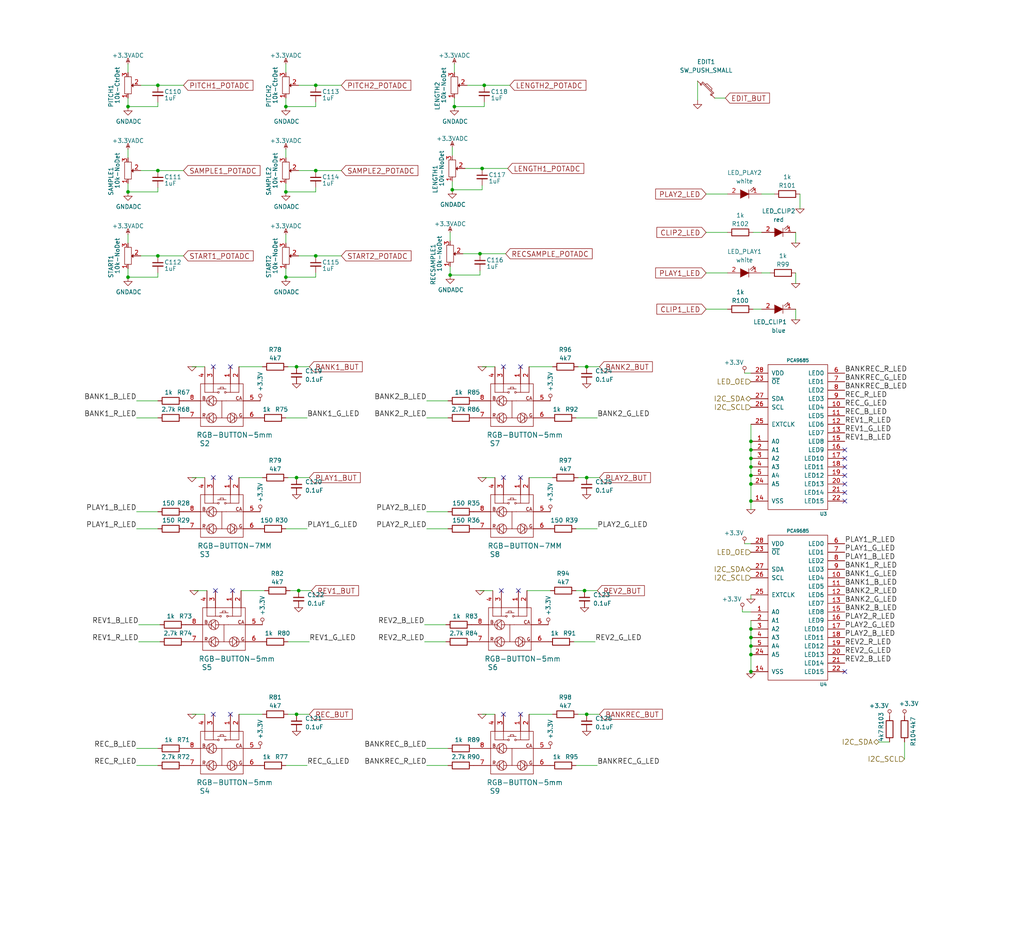
<source format=kicad_sch>
(kicad_sch (version 20210621) (generator eeschema)
  (paper "User" 304.8 279.4)
  (lib_symbols
    (symbol "TrigSampler-rescue:+3.3V-RESCUE-TrigSampler" (power) (pin_names (offset 0))
      (property "Value" "+3.3V-RESCUE-TrigSampler" (at 0 2.794 0))
      (symbol "+3.3V-RESCUE-TrigSampler_0_0"
        (pin power_in line (at 0 0 90) (length 0) hide (name "+3.3V") (number "1"))
      )
    )
    (symbol "TrigSampler-rescue:+3.3VADC" (power) (pin_names (offset 0))
      (property "Value" "+3.3VADC" (at 0 2.54 0))
      (symbol "+3.3VADC_0_0"
        (pin power_in line (at 0 0 90) (length 0) hide (name "+3.3VADC") (number "1"))
      )
    )
    (symbol "TrigSampler-rescue:C_Small" (pin_numbers hide) (pin_names (offset 0.254) hide)
      (property "Reference" "C" (at 0.254 1.778 0))
      (property "Value" "C_Small" (at 0.254 -2.032 0))
      (symbol "C_Small_1_1"
        (pin passive line (at 0 2.54 270) (length 2.032) (name "~") (number "1"))
        (pin passive line (at 0 -2.54 90) (length 2.032) (name "~") (number "2"))
      )
    )
    (symbol "TrigSampler-rescue:GND" (power) (pin_names (offset 0))
      (property "Value" "GND" (at 0 -3.81 0))
      (symbol "GND_1_1"
        (pin power_in line (at 0 0 270) (length 0) hide (name "GND") (number "1"))
      )
    )
    (symbol "TrigSampler-rescue:GND-RESCUE-TrigSampler" (power) (pin_names (offset 0))
      (symbol "GND-RESCUE-TrigSampler_1_1"
        (pin power_in line (at 0 0 90) (length 0) hide (name "GND") (number "1"))
      )
    )
    (symbol "TrigSampler-rescue:GNDADC" (power) (pin_names (offset 0))
      (property "Value" "GNDADC" (at 0 -3.81 0))
      (symbol "GNDADC_1_1"
        (pin power_in line (at 0 0 270) (length 0) hide (name "GNDADC") (number "1"))
      )
    )
    (symbol "TrigSampler-rescue:LED-RESCUE-TrigSampler" (pin_names (offset 1.016) hide)
      (property "Reference" "D" (at 0 2.54 0))
      (property "Value" "LED-RESCUE-TrigSampler" (at 0 -2.54 0))
      (symbol "LED-RESCUE-TrigSampler_1_1"
        (pin passive line (at -5.08 0 0) (length 3.81) (name "K") (number "1"))
        (pin passive line (at 5.08 0 180) (length 3.81) (name "A") (number "2"))
      )
    )
    (symbol "TrigSampler-rescue:PCA9685" (pin_names (offset 1.016))
      (property "Reference" "U" (at 7.62 -25.4 0))
      (property "Value" "PCA9685" (at 0 20.32 0))
      (symbol "PCA9685_1_1"
        (pin input line (at -13.97 -3.81 0) (length 5.08) (name "A0") (number "1"))
        (pin input line (at 13.97 6.35 180) (length 5.08) (name "LED4") (number "10"))
        (pin input line (at 13.97 3.81 180) (length 5.08) (name "LED5") (number "11"))
        (pin input line (at 13.97 1.27 180) (length 5.08) (name "LED6") (number "12"))
        (pin input line (at 13.97 -1.27 180) (length 5.08) (name "LED7") (number "13"))
        (pin input line (at -13.97 -21.59 0) (length 5.08) (name "VSS") (number "14"))
        (pin input line (at 13.97 -3.81 180) (length 5.08) (name "LED8") (number "15"))
        (pin input line (at 13.97 -6.35 180) (length 5.08) (name "LED9") (number "16"))
        (pin input line (at 13.97 -8.89 180) (length 5.08) (name "LED10") (number "17"))
        (pin input line (at 13.97 -11.43 180) (length 5.08) (name "LED11") (number "18"))
        (pin input line (at 13.97 -13.97 180) (length 5.08) (name "LED12") (number "19"))
        (pin input line (at -13.97 -6.35 0) (length 5.08) (name "A1") (number "2"))
        (pin input line (at 13.97 -16.51 180) (length 5.08) (name "LED13") (number "20"))
        (pin input line (at 13.97 -19.05 180) (length 5.08) (name "LED14") (number "21"))
        (pin input line (at 13.97 -21.59 180) (length 5.08) (name "LED15") (number "22"))
        (pin input line (at -13.97 13.97 0) (length 5.08) (name "~{OE}") (number "23"))
        (pin input line (at -13.97 -16.51 0) (length 5.08) (name "A5") (number "24"))
        (pin input line (at -13.97 1.27 0) (length 5.08) (name "EXTCLK") (number "25"))
        (pin input line (at -13.97 6.35 0) (length 5.08) (name "SCL") (number "26"))
        (pin input line (at -13.97 8.89 0) (length 5.08) (name "SDA") (number "27"))
        (pin input line (at -13.97 16.51 0) (length 5.08) (name "VDD") (number "28"))
        (pin input line (at -13.97 -8.89 0) (length 5.08) (name "A2") (number "3"))
        (pin input line (at -13.97 -11.43 0) (length 5.08) (name "A3") (number "4"))
        (pin input line (at -13.97 -13.97 0) (length 5.08) (name "A4") (number "5"))
        (pin input line (at 13.97 16.51 180) (length 5.08) (name "LED0") (number "6"))
        (pin input line (at 13.97 13.97 180) (length 5.08) (name "LED1") (number "7"))
        (pin input line (at 13.97 11.43 180) (length 5.08) (name "LED2") (number "8"))
        (pin input line (at 13.97 8.89 180) (length 5.08) (name "LED3") (number "9"))
      )
    )
    (symbol "TrigSampler-rescue:POT-RESCUE-TrigSampler" (pin_names (offset 1.016) hide)
      (property "Reference" "RV" (at 0 -2.032 0))
      (property "Value" "POT-RESCUE-TrigSampler" (at 0 0 0))
      (symbol "POT-RESCUE-TrigSampler_1_1"
        (pin passive line (at -3.81 0 0) (length 1.27) (name "1") (number "1"))
        (pin passive line (at 0 3.81 270) (length 2.54) (name "2") (number "2"))
        (pin passive line (at 3.81 0 180) (length 1.27) (name "3") (number "3"))
      )
    )
    (symbol "TrigSampler-rescue:R" (pin_numbers hide) (pin_names (offset 0))
      (property "Reference" "R" (at 2.032 0 90))
      (property "Value" "R" (at 0 0 90))
      (symbol "R_1_1"
        (pin passive line (at 0 3.81 270) (length 1.27) (name "~") (number "1"))
        (pin passive line (at 0 -3.81 90) (length 1.27) (name "~") (number "2"))
      )
    )
    (symbol "TrigSampler-rescue:SPST-ILLUM-RGB" (pin_names (offset 1.016) hide)
      (property "Reference" "S" (at -5.08 -11.43 0))
      (property "Value" "SPST-ILLUM-RGB" (at 3.81 -8.89 0))
      (symbol "SPST-ILLUM-RGB_0_0"
        (text "B" (at -5.334 2.032 0) (effects (font (size 1.016 1.016))))
        (text "CA" (at 5.08 2.032 0) (effects (font (size 1.016 1.016))))
        (text "G" (at 5.588 -3.048 0) (effects (font (size 1.016 1.016))))
        (text "R" (at -5.334 -3.048 0) (effects (font (size 1.016 1.016))))
      )
      (symbol "SPST-ILLUM-RGB_1_1"
        (pin input line (at 2.54 11.43 270) (length 5.08) (name "UP-A") (number "1"))
        (pin input line (at 5.08 11.43 270) (length 5.08) (name "POLE-A") (number "2"))
        (pin input line (at -2.54 11.43 270) (length 5.08) (name "DOWN-A") (number "3"))
        (pin input line (at -5.08 11.43 270) (length 5.08) (name "UP-B") (number "4"))
        (pin input line (at 11.43 1.27 180) (length 5.08) (name "CA") (number "5"))
        (pin input line (at 11.43 -3.81 180) (length 5.08) (name "G") (number "6"))
        (pin input line (at -11.43 -3.81 0) (length 5.08) (name "R") (number "7"))
        (pin input line (at -11.43 1.27 0) (length 5.08) (name "B") (number "8"))
      )
    )
    (symbol "TrigSampler-rescue:SW_PUSH_SMALL" (pin_numbers hide) (pin_names (offset 1.016) hide)
      (property "Reference" "SW" (at 3.81 2.794 0))
      (property "Value" "SW_PUSH_SMALL" (at 0 -2.0066 0))
      (symbol "SW_PUSH_SMALL_0_1"
        (pin passive line (at -2.54 2.54 0) (length 0) (name "1") (number "1"))
        (pin passive line (at 2.54 -2.54 180) (length 0) (name "2") (number "2"))
      )
    )
  )
  (junction (at 174.625 142.24))
  (junction (at 223.52 149.225))
  (junction (at 38.1 31.75))
  (junction (at 223.52 189.865))
  (junction (at 88.9 175.895))
  (junction (at 174.625 212.725))
  (junction (at 88.265 109.22))
  (junction (at 46.99 76.2))
  (junction (at 223.52 133.985))
  (junction (at 223.52 139.065))
  (junction (at 93.98 76.2))
  (junction (at 134.62 56.515))
  (junction (at 173.99 175.895))
  (junction (at 144.145 25.4))
  (junction (at 142.875 75.565))
  (junction (at 85.09 82.55))
  (junction (at 223.52 141.605))
  (junction (at 135.255 31.75))
  (junction (at 46.99 25.4))
  (junction (at 143.51 50.165))
  (junction (at 46.99 50.8))
  (junction (at 133.985 81.915))
  (junction (at 223.52 192.405))
  (junction (at 88.265 212.725))
  (junction (at 223.52 136.525))
  (junction (at 93.98 50.8))
  (junction (at 38.1 57.15))
  (junction (at 223.52 187.325))
  (junction (at 85.09 31.75))
  (junction (at 93.98 25.4))
  (junction (at 85.09 57.15))
  (junction (at 223.52 131.445))
  (junction (at 223.52 200.025))
  (junction (at 223.52 144.145))
  (junction (at 223.52 194.945))
  (junction (at 174.625 109.22))
  (junction (at 38.1 82.55))
  (junction (at 88.265 142.24))
  (no_connect (at 64.135 175.895))
  (no_connect (at 149.86 142.24))
  (no_connect (at 69.215 175.895))
  (no_connect (at 154.94 212.725))
  (no_connect (at 63.5 109.22))
  (no_connect (at 149.86 212.725))
  (no_connect (at 149.225 175.895))
  (no_connect (at 68.58 212.725))
  (no_connect (at 251.46 141.605))
  (no_connect (at 68.58 109.22))
  (no_connect (at 154.94 142.24))
  (no_connect (at 251.46 133.985))
  (no_connect (at 68.58 142.24))
  (no_connect (at 63.5 142.24))
  (no_connect (at 251.46 139.065))
  (no_connect (at 251.46 146.685))
  (no_connect (at 251.46 200.025))
  (no_connect (at 251.46 136.525))
  (no_connect (at 251.46 149.225))
  (no_connect (at 154.94 109.22))
  (no_connect (at 154.305 175.895))
  (no_connect (at 251.46 144.145))
  (no_connect (at 149.86 109.22))
  (no_connect (at 63.5 212.725))
  (wire (pts (xy 71.755 175.895) (xy 78.74 175.895)))
  (wire (pts (xy 88.9 175.895) (xy 92.71 175.895)))
  (wire (pts (xy 261.62 220.98) (xy 264.795 220.98)))
  (wire (pts (xy 171.45 175.895) (xy 173.99 175.895)))
  (wire (pts (xy 223.52 200.025) (xy 223.52 200.66)))
  (wire (pts (xy 57.785 175.895) (xy 61.595 175.895)))
  (wire (pts (xy 236.855 69.215) (xy 236.855 72.39)))
  (wire (pts (xy 157.48 212.725) (xy 164.465 212.725)))
  (wire (pts (xy 221.615 111.125) (xy 223.52 111.125)))
  (wire (pts (xy 157.48 109.22) (xy 164.465 109.22)))
  (wire (pts (xy 223.52 136.525) (xy 223.52 139.065)))
  (wire (pts (xy 143.51 212.725) (xy 147.32 212.725)))
  (wire (pts (xy 223.52 126.365) (xy 223.52 131.445)))
  (wire (pts (xy 133.985 81.915) (xy 142.875 81.915)))
  (wire (pts (xy 172.085 142.24) (xy 174.625 142.24)))
  (wire (pts (xy 47.625 186.055) (xy 41.275 186.055)))
  (wire (pts (xy 71.12 142.24) (xy 78.105 142.24)))
  (wire (pts (xy 132.715 186.055) (xy 126.365 186.055)))
  (wire (pts (xy 41.91 25.4) (xy 46.99 25.4)))
  (wire (pts (xy 57.15 212.725) (xy 60.96 212.725)))
  (wire (pts (xy 174.625 109.22) (xy 178.435 109.22)))
  (wire (pts (xy 85.725 212.725) (xy 88.265 212.725)))
  (wire (pts (xy 223.52 189.865) (xy 223.52 192.405)))
  (wire (pts (xy 85.09 44.45) (xy 85.09 46.99)))
  (wire (pts (xy 93.98 31.75) (xy 93.98 30.48)))
  (wire (pts (xy 88.265 109.22) (xy 92.075 109.22)))
  (wire (pts (xy 223.52 141.605) (xy 223.52 144.145)))
  (wire (pts (xy 172.085 212.725) (xy 174.625 212.725)))
  (wire (pts (xy 40.64 152.4) (xy 46.99 152.4)))
  (wire (pts (xy 269.24 226.06) (xy 269.24 220.98)))
  (wire (pts (xy 171.45 227.965) (xy 177.8 227.965)))
  (wire (pts (xy 238.125 57.785) (xy 238.125 62.23)))
  (wire (pts (xy 88.265 142.24) (xy 92.075 142.24)))
  (wire (pts (xy 85.09 57.15) (xy 93.98 57.15)))
  (wire (pts (xy 38.1 21.59) (xy 38.1 19.05)))
  (wire (pts (xy 210.185 57.785) (xy 216.535 57.785)))
  (wire (pts (xy 132.715 191.135) (xy 126.365 191.135)))
  (wire (pts (xy 93.98 57.15) (xy 93.98 55.88)))
  (wire (pts (xy 86.36 175.895) (xy 88.9 175.895)))
  (wire (pts (xy 135.255 29.21) (xy 135.255 31.75)))
  (wire (pts (xy 143.51 50.165) (xy 151.13 50.165)))
  (wire (pts (xy 223.52 177.165) (xy 223.52 178.435)))
  (wire (pts (xy 133.985 79.375) (xy 133.985 81.915)))
  (wire (pts (xy 88.9 50.8) (xy 93.98 50.8)))
  (wire (pts (xy 223.52 184.785) (xy 223.52 187.325)))
  (wire (pts (xy 40.64 157.48) (xy 46.99 157.48)))
  (wire (pts (xy 216.535 92.075) (xy 210.185 92.075)))
  (wire (pts (xy 38.1 57.15) (xy 46.99 57.15)))
  (wire (pts (xy 174.625 142.24) (xy 178.435 142.24)))
  (wire (pts (xy 144.145 25.4) (xy 151.765 25.4)))
  (wire (pts (xy 134.62 46.355) (xy 134.62 43.815)))
  (wire (pts (xy 46.99 124.46) (xy 40.64 124.46)))
  (wire (pts (xy 224.155 69.215) (xy 226.695 69.215)))
  (wire (pts (xy 85.09 124.46) (xy 91.44 124.46)))
  (wire (pts (xy 85.09 54.61) (xy 85.09 57.15)))
  (wire (pts (xy 46.99 76.2) (xy 54.61 76.2)))
  (wire (pts (xy 46.99 222.885) (xy 40.64 222.885)))
  (wire (pts (xy 236.855 92.075) (xy 236.855 95.25)))
  (wire (pts (xy 85.09 72.39) (xy 85.09 69.85)))
  (wire (pts (xy 85.725 191.135) (xy 92.075 191.135)))
  (wire (pts (xy 46.99 119.38) (xy 40.64 119.38)))
  (wire (pts (xy 135.255 31.75) (xy 144.145 31.75)))
  (wire (pts (xy 236.855 81.28) (xy 236.855 84.455)))
  (wire (pts (xy 157.48 142.24) (xy 164.465 142.24)))
  (wire (pts (xy 223.52 192.405) (xy 223.52 194.945)))
  (wire (pts (xy 156.845 175.895) (xy 163.83 175.895)))
  (wire (pts (xy 133.35 227.965) (xy 127 227.965)))
  (wire (pts (xy 57.15 142.24) (xy 60.96 142.24)))
  (wire (pts (xy 133.985 71.755) (xy 133.985 69.215)))
  (wire (pts (xy 93.98 76.2) (xy 101.6 76.2)))
  (wire (pts (xy 85.09 82.55) (xy 93.98 82.55)))
  (wire (pts (xy 88.265 212.725) (xy 92.075 212.725)))
  (wire (pts (xy 127 152.4) (xy 133.35 152.4)))
  (wire (pts (xy 135.255 19.05) (xy 135.255 21.59)))
  (wire (pts (xy 88.9 76.2) (xy 93.98 76.2)))
  (wire (pts (xy 71.12 109.22) (xy 78.105 109.22)))
  (wire (pts (xy 223.52 139.065) (xy 223.52 141.605)))
  (wire (pts (xy 85.725 142.24) (xy 88.265 142.24)))
  (wire (pts (xy 173.99 175.895) (xy 177.8 175.895)))
  (wire (pts (xy 134.62 56.515) (xy 143.51 56.515)))
  (wire (pts (xy 144.145 31.75) (xy 144.145 30.48)))
  (wire (pts (xy 133.35 124.46) (xy 127 124.46)))
  (wire (pts (xy 38.1 80.01) (xy 38.1 82.55)))
  (wire (pts (xy 171.45 124.46) (xy 177.8 124.46)))
  (wire (pts (xy 221.615 161.925) (xy 223.52 161.925)))
  (wire (pts (xy 46.99 82.55) (xy 46.99 81.28)))
  (wire (pts (xy 226.695 81.28) (xy 229.235 81.28)))
  (wire (pts (xy 133.35 119.38) (xy 127 119.38)))
  (wire (pts (xy 46.99 227.965) (xy 40.64 227.965)))
  (wire (pts (xy 85.09 80.01) (xy 85.09 82.55)))
  (wire (pts (xy 223.52 131.445) (xy 223.52 133.985)))
  (wire (pts (xy 46.99 57.15) (xy 46.99 55.88)))
  (wire (pts (xy 46.99 50.8) (xy 54.61 50.8)))
  (wire (pts (xy 46.99 25.4) (xy 54.61 25.4)))
  (wire (pts (xy 207.645 24.13) (xy 207.645 29.845)))
  (wire (pts (xy 170.815 191.135) (xy 177.165 191.135)))
  (wire (pts (xy 223.52 144.145) (xy 223.52 149.225)))
  (wire (pts (xy 88.9 25.4) (xy 93.98 25.4)))
  (wire (pts (xy 137.795 75.565) (xy 142.875 75.565)))
  (wire (pts (xy 41.91 76.2) (xy 46.99 76.2)))
  (wire (pts (xy 223.52 187.325) (xy 223.52 189.865)))
  (wire (pts (xy 142.875 175.895) (xy 146.685 175.895)))
  (wire (pts (xy 172.085 109.22) (xy 174.625 109.22)))
  (wire (pts (xy 142.875 75.565) (xy 150.495 75.565)))
  (wire (pts (xy 134.62 53.975) (xy 134.62 56.515)))
  (wire (pts (xy 215.9 29.21) (xy 212.725 29.21)))
  (wire (pts (xy 93.98 50.8) (xy 101.6 50.8)))
  (wire (pts (xy 71.12 212.725) (xy 78.105 212.725)))
  (wire (pts (xy 143.51 109.22) (xy 147.32 109.22)))
  (wire (pts (xy 216.535 81.28) (xy 210.185 81.28)))
  (wire (pts (xy 223.52 194.945) (xy 223.52 200.025)))
  (wire (pts (xy 38.1 69.85) (xy 38.1 72.39)))
  (wire (pts (xy 41.91 50.8) (xy 46.99 50.8)))
  (wire (pts (xy 223.52 182.245) (xy 220.98 182.245)))
  (wire (pts (xy 143.51 142.24) (xy 147.32 142.24)))
  (wire (pts (xy 138.43 50.165) (xy 143.51 50.165)))
  (wire (pts (xy 85.09 227.965) (xy 91.44 227.965)))
  (wire (pts (xy 171.45 157.48) (xy 177.8 157.48)))
  (wire (pts (xy 85.09 31.75) (xy 85.09 29.21)))
  (wire (pts (xy 230.505 57.785) (xy 226.695 57.785)))
  (wire (pts (xy 223.52 133.985) (xy 223.52 136.525)))
  (wire (pts (xy 38.1 44.45) (xy 38.1 46.99)))
  (wire (pts (xy 38.1 29.21) (xy 38.1 31.75)))
  (wire (pts (xy 127 157.48) (xy 133.35 157.48)))
  (wire (pts (xy 174.625 212.725) (xy 178.435 212.725)))
  (wire (pts (xy 46.99 31.75) (xy 46.99 30.48)))
  (wire (pts (xy 47.625 191.135) (xy 41.275 191.135)))
  (wire (pts (xy 143.51 56.515) (xy 143.51 55.245)))
  (wire (pts (xy 85.09 19.05) (xy 85.09 21.59)))
  (wire (pts (xy 224.155 92.075) (xy 226.695 92.075)))
  (wire (pts (xy 139.065 25.4) (xy 144.145 25.4)))
  (wire (pts (xy 220.98 182.245) (xy 220.98 181.61)))
  (wire (pts (xy 93.98 82.55) (xy 93.98 81.28)))
  (wire (pts (xy 85.09 157.48) (xy 91.44 157.48)))
  (wire (pts (xy 85.09 31.75) (xy 93.98 31.75)))
  (wire (pts (xy 223.52 149.225) (xy 223.52 151.765)))
  (wire (pts (xy 93.98 25.4) (xy 101.6 25.4)))
  (wire (pts (xy 142.875 81.915) (xy 142.875 80.645)))
  (wire (pts (xy 38.1 54.61) (xy 38.1 57.15)))
  (wire (pts (xy 85.725 109.22) (xy 88.265 109.22)))
  (wire (pts (xy 133.35 222.885) (xy 127 222.885)))
  (wire (pts (xy 38.1 31.75) (xy 46.99 31.75)))
  (wire (pts (xy 57.15 109.22) (xy 60.96 109.22)))
  (wire (pts (xy 38.1 82.55) (xy 46.99 82.55)))
  (wire (pts (xy 216.535 69.215) (xy 210.185 69.215)))
  (label "PLAY1_B_LED" (at 251.46 167.005 0) (effects (font (size 1.524 1.524))))
  (label "BANKREC_G_LED" (at 251.46 113.665 0) (effects (font (size 1.524 1.524))))
  (label "REV2_G_LED" (at 251.46 194.945 0) (effects (font (size 1.524 1.524))))
  (label "REV1_G_LED" (at 92.075 191.135 0) (effects (font (size 1.524 1.524))))
  (label "BANK2_R_LED" (at 251.46 177.165 0) (effects (font (size 1.524 1.524))))
  (label "REC_G_LED" (at 251.46 121.285 0) (effects (font (size 1.524 1.524))))
  (label "BANK2_R_LED" (at 127 124.46 180) (effects (font (size 1.524 1.524))))
  (label "BANKREC_R_LED" (at 127 227.965 180) (effects (font (size 1.524 1.524))))
  (label "PLAY2_R_LED" (at 127 157.48 180) (effects (font (size 1.524 1.524))))
  (label "REC_B_LED" (at 251.46 123.825 0) (effects (font (size 1.524 1.524))))
  (label "BANK2_G_LED" (at 251.46 179.705 0) (effects (font (size 1.524 1.524))))
  (label "BANK2_B_LED" (at 251.46 182.245 0) (effects (font (size 1.524 1.524))))
  (label "BANKREC_R_LED" (at 251.46 111.125 0) (effects (font (size 1.524 1.524))))
  (label "BANK1_R_LED" (at 251.46 169.545 0) (effects (font (size 1.524 1.524))))
  (label "REC_R_LED" (at 40.64 227.965 180) (effects (font (size 1.524 1.524))))
  (label "REV1_B_LED" (at 41.275 186.055 180) (effects (font (size 1.524 1.524))))
  (label "REV2_G_LED" (at 177.165 191.135 0) (effects (font (size 1.524 1.524))))
  (label "PLAY2_B_LED" (at 127 152.4 180) (effects (font (size 1.524 1.524))))
  (label "BANK1_R_LED" (at 40.64 124.46 180) (effects (font (size 1.524 1.524))))
  (label "PLAY2_G_LED" (at 251.46 187.325 0) (effects (font (size 1.524 1.524))))
  (label "REV2_R_LED" (at 126.365 191.135 180) (effects (font (size 1.524 1.524))))
  (label "BANK1_G_LED" (at 251.46 172.085 0) (effects (font (size 1.524 1.524))))
  (label "BANK1_B_LED" (at 251.46 174.625 0) (effects (font (size 1.524 1.524))))
  (label "REV1_R_LED" (at 41.275 191.135 180) (effects (font (size 1.524 1.524))))
  (label "PLAY2_R_LED" (at 251.46 184.785 0) (effects (font (size 1.524 1.524))))
  (label "REV2_B_LED" (at 126.365 186.055 180) (effects (font (size 1.524 1.524))))
  (label "BANK2_B_LED" (at 127 119.38 180) (effects (font (size 1.524 1.524))))
  (label "PLAY1_G_LED" (at 91.44 157.48 0) (effects (font (size 1.524 1.524))))
  (label "REV1_R_LED" (at 251.46 126.365 0) (effects (font (size 1.524 1.524))))
  (label "PLAY2_G_LED" (at 177.8 157.48 0) (effects (font (size 1.524 1.524))))
  (label "REV2_R_LED" (at 251.46 192.405 0) (effects (font (size 1.524 1.524))))
  (label "REV2_B_LED" (at 251.46 197.485 0) (effects (font (size 1.524 1.524))))
  (label "BANK2_G_LED" (at 177.8 124.46 0) (effects (font (size 1.524 1.524))))
  (label "BANKREC_G_LED" (at 177.8 227.965 0) (effects (font (size 1.524 1.524))))
  (label "REC_R_LED" (at 251.46 118.745 0) (effects (font (size 1.524 1.524))))
  (label "REC_B_LED" (at 40.64 222.885 180) (effects (font (size 1.524 1.524))))
  (label "PLAY1_B_LED" (at 40.64 152.4 180) (effects (font (size 1.524 1.524))))
  (label "BANK1_G_LED" (at 91.44 124.46 0) (effects (font (size 1.524 1.524))))
  (label "BANKREC_B_LED" (at 127 222.885 180) (effects (font (size 1.524 1.524))))
  (label "PLAY2_B_LED" (at 251.46 189.865 0) (effects (font (size 1.524 1.524))))
  (label "BANKREC_B_LED" (at 251.46 116.205 0) (effects (font (size 1.524 1.524))))
  (label "BANK1_B_LED" (at 40.64 119.38 180) (effects (font (size 1.524 1.524))))
  (label "REC_G_LED" (at 91.44 227.965 0) (effects (font (size 1.524 1.524))))
  (label "REV1_G_LED" (at 251.46 128.905 0) (effects (font (size 1.524 1.524))))
  (label "REV1_B_LED" (at 251.46 131.445 0) (effects (font (size 1.524 1.524))))
  (label "PLAY1_R_LED" (at 40.64 157.48 180) (effects (font (size 1.524 1.524))))
  (label "PLAY1_G_LED" (at 251.46 164.465 0) (effects (font (size 1.524 1.524))))
  (label "PLAY1_R_LED" (at 251.46 161.925 0) (effects (font (size 1.524 1.524))))
  (global_label "LENGTH2_POTADC" (shape input) (at 151.765 25.4 0) (effects (font (size 1.524 1.524))) (property "Intersheet References" "${INTERSHEET_REFS}" (effects hide)))
  (global_label "CLIP1_LED" (shape input) (at 210.185 92.075 180) (effects (font (size 1.524 1.524))) (property "Intersheet References" "${INTERSHEET_REFS}" (effects hide)))
  (global_label "RECSAMPLE_POTADC" (shape input) (at 150.495 75.565 0) (effects (font (size 1.524 1.524))) (property "Intersheet References" "${INTERSHEET_REFS}" (effects hide)))
  (global_label "START2_POTADC" (shape input) (at 101.6 76.2 0) (effects (font (size 1.524 1.524))) (property "Intersheet References" "${INTERSHEET_REFS}" (effects hide)))
  (global_label "BANK2_BUT" (shape input) (at 178.435 109.22 0) (effects (font (size 1.524 1.524))) (property "Intersheet References" "${INTERSHEET_REFS}" (effects hide)))
  (global_label "REV1_BUT" (shape input) (at 92.71 175.895 0) (effects (font (size 1.524 1.524))) (property "Intersheet References" "${INTERSHEET_REFS}" (effects hide)))
  (global_label "SAMPLE2_POTADC" (shape input) (at 101.6 50.8 0) (effects (font (size 1.524 1.524))) (property "Intersheet References" "${INTERSHEET_REFS}" (effects hide)))
  (global_label "PITCH1_POTADC" (shape input) (at 54.61 25.4 0) (effects (font (size 1.524 1.524))) (property "Intersheet References" "${INTERSHEET_REFS}" (effects hide)))
  (global_label "START1_POTADC" (shape input) (at 54.61 76.2 0) (effects (font (size 1.524 1.524))) (property "Intersheet References" "${INTERSHEET_REFS}" (effects hide)))
  (global_label "REC_BUT" (shape input) (at 92.075 212.725 0) (effects (font (size 1.524 1.524))) (property "Intersheet References" "${INTERSHEET_REFS}" (effects hide)))
  (global_label "REV2_BUT" (shape input) (at 177.8 175.895 0) (effects (font (size 1.524 1.524))) (property "Intersheet References" "${INTERSHEET_REFS}" (effects hide)))
  (global_label "SAMPLE1_POTADC" (shape input) (at 54.61 50.8 0) (effects (font (size 1.524 1.524))) (property "Intersheet References" "${INTERSHEET_REFS}" (effects hide)))
  (global_label "PITCH2_POTADC" (shape input) (at 101.6 25.4 0) (effects (font (size 1.524 1.524))) (property "Intersheet References" "${INTERSHEET_REFS}" (effects hide)))
  (global_label "LENGTH1_POTADC" (shape input) (at 151.13 50.165 0) (effects (font (size 1.524 1.524))) (property "Intersheet References" "${INTERSHEET_REFS}" (effects hide)))
  (global_label "BANKREC_BUT" (shape input) (at 178.435 212.725 0) (effects (font (size 1.524 1.524))) (property "Intersheet References" "${INTERSHEET_REFS}" (effects hide)))
  (global_label "CLIP2_LED" (shape input) (at 210.185 69.215 180) (effects (font (size 1.524 1.524))) (property "Intersheet References" "${INTERSHEET_REFS}" (effects hide)))
  (global_label "PLAY1_BUT" (shape input) (at 92.075 142.24 0) (effects (font (size 1.524 1.524))) (property "Intersheet References" "${INTERSHEET_REFS}" (effects hide)))
  (global_label "PLAY2_LED" (shape input) (at 210.185 57.785 180) (effects (font (size 1.524 1.524))) (property "Intersheet References" "${INTERSHEET_REFS}" (effects hide)))
  (global_label "PLAY2_BUT" (shape input) (at 178.435 142.24 0) (effects (font (size 1.524 1.524))) (property "Intersheet References" "${INTERSHEET_REFS}" (effects hide)))
  (global_label "EDIT_BUT" (shape input) (at 215.9 29.21 0) (effects (font (size 1.524 1.524))) (property "Intersheet References" "${INTERSHEET_REFS}" (effects hide)))
  (global_label "BANK1_BUT" (shape input) (at 92.075 109.22 0) (effects (font (size 1.524 1.524))) (property "Intersheet References" "${INTERSHEET_REFS}" (effects hide)))
  (global_label "PLAY1_LED" (shape input) (at 210.185 81.28 180) (effects (font (size 1.524 1.524))) (property "Intersheet References" "${INTERSHEET_REFS}" (effects hide)))
  (hierarchical_label "I2C_SDA" (shape bidirectional) (at 223.52 118.745 180) (effects (font (size 1.524 1.524))))
  (hierarchical_label "I2C_SDA" (shape bidirectional) (at 223.52 169.545 180) (effects (font (size 1.524 1.524))))
  (hierarchical_label "LED_OE" (shape input) (at 223.52 164.465 180) (effects (font (size 1.524 1.524))))
  (hierarchical_label "LED_OE" (shape input) (at 223.52 113.665 180) (effects (font (size 1.524 1.524))))
  (hierarchical_label "I2C_SCL" (shape input) (at 269.24 226.06 180) (effects (font (size 1.524 1.524))))
  (hierarchical_label "I2C_SCL" (shape input) (at 223.52 121.285 180) (effects (font (size 1.524 1.524))))
  (hierarchical_label "I2C_SDA" (shape bidirectional) (at 261.62 220.98 180) (effects (font (size 1.524 1.524))))
  (hierarchical_label "I2C_SCL" (shape input) (at 223.52 172.085 180) (effects (font (size 1.524 1.524))))
  (symbol (lib_id "TrigSampler-rescue:C_Small") (at 46.99 27.94 0) (unit 1)
    (property "Reference" "C110" (at 48.895 27.305 0) (effects (justify left)))
    (property "Value" "1uF" (at 48.895 29.21 0) (effects (justify left)))
    (property "Footprint" "4ms-footprints:C0603" (effects hide))
  )
  (symbol (lib_id "TrigSampler-rescue:POT-RESCUE-TrigSampler") (at 38.1 25.4 270) (mirror x) (unit 1)
    (property "Reference" "PITCH1" (at 33.02 28.575 0))
    (property "Value" "10k-CtrDet" (at 34.925 25.4 0))
    (property "Footprint" "4ms-footprints:16MM-RV16AF-4A-CTRDET" (effects hide))
  )
  (symbol (lib_id "TrigSampler-rescue:GNDADC") (at 38.1 31.75 0) (unit 1)
    (property "Reference" "#PWR0238" (effects hide))
    (property "Value" "GNDADC" (at 38.3032 36.1696 0))
  )
  (symbol (lib_id "TrigSampler-rescue:C_Small") (at 93.98 27.94 0) (unit 1)
    (property "Reference" "C113" (at 95.885 27.305 0) (effects (justify left)))
    (property "Value" "1uF" (at 95.885 29.21 0) (effects (justify left)))
    (property "Footprint" "4ms-footprints:C0603" (effects hide))
  )
  (symbol (lib_id "TrigSampler-rescue:POT-RESCUE-TrigSampler") (at 85.09 25.4 270) (mirror x) (unit 1)
    (property "Reference" "PITCH2" (at 80.01 28.575 0))
    (property "Value" "10k-CtrDet" (at 81.915 25.4 0))
    (property "Footprint" "4ms-footprints:16MM-RV16AF-4A-CTRDET" (effects hide))
  )
  (symbol (lib_id "TrigSampler-rescue:GNDADC") (at 85.09 31.75 0) (unit 1)
    (property "Reference" "#PWR0239" (effects hide))
    (property "Value" "GNDADC" (at 85.2932 36.1696 0))
  )
  (symbol (lib_id "TrigSampler-rescue:C_Small") (at 46.99 53.34 0) (unit 1)
    (property "Reference" "C111" (at 48.895 52.705 0) (effects (justify left)))
    (property "Value" "1uF" (at 48.895 54.61 0) (effects (justify left)))
    (property "Footprint" "4ms-footprints:C0603" (effects hide))
  )
  (symbol (lib_id "TrigSampler-rescue:POT-RESCUE-TrigSampler") (at 38.1 50.8 270) (mirror x) (unit 1)
    (property "Reference" "SAMPLE1" (at 33.02 53.975 0))
    (property "Value" "10k-NoDet" (at 34.925 50.8 0))
    (property "Footprint" "4ms-footprints:16MM-RV16AF-4A-NODET" (effects hide))
  )
  (symbol (lib_id "TrigSampler-rescue:+3.3VADC") (at 38.1 44.45 0) (unit 1)
    (property "Reference" "#PWR0240" (effects hide))
    (property "Value" "+3.3VADC" (at 38.1 41.91 0))
  )
  (symbol (lib_id "TrigSampler-rescue:GNDADC") (at 38.1 57.15 0) (unit 1)
    (property "Reference" "#PWR0241" (effects hide))
    (property "Value" "GNDADC" (at 38.3032 61.5696 0))
  )
  (symbol (lib_id "TrigSampler-rescue:C_Small") (at 93.98 53.34 0) (unit 1)
    (property "Reference" "C114" (at 95.885 52.705 0) (effects (justify left)))
    (property "Value" "1uF" (at 95.885 54.61 0) (effects (justify left)))
    (property "Footprint" "4ms-footprints:C0603" (effects hide))
  )
  (symbol (lib_id "TrigSampler-rescue:POT-RESCUE-TrigSampler") (at 85.09 50.8 270) (mirror x) (unit 1)
    (property "Reference" "SAMPLE2" (at 80.01 53.975 0))
    (property "Value" "10k-NoDet" (at 81.915 50.8 0))
    (property "Footprint" "4ms-footprints:16MM-RV16AF-4A-NODET" (effects hide))
  )
  (symbol (lib_id "TrigSampler-rescue:+3.3VADC") (at 85.09 44.45 0) (unit 1)
    (property "Reference" "#PWR0242" (effects hide))
    (property "Value" "+3.3VADC" (at 85.09 41.91 0))
  )
  (symbol (lib_id "TrigSampler-rescue:GNDADC") (at 85.09 57.15 0) (unit 1)
    (property "Reference" "#PWR0243" (effects hide))
    (property "Value" "GNDADC" (at 85.2932 61.5696 0))
  )
  (symbol (lib_id "TrigSampler-rescue:C_Small") (at 46.99 78.74 0) (unit 1)
    (property "Reference" "C112" (at 48.895 78.105 0) (effects (justify left)))
    (property "Value" "1uF" (at 48.895 80.01 0) (effects (justify left)))
    (property "Footprint" "4ms-footprints:C0603" (effects hide))
  )
  (symbol (lib_id "TrigSampler-rescue:POT-RESCUE-TrigSampler") (at 38.1 76.2 270) (mirror x) (unit 1)
    (property "Reference" "START1" (at 33.02 79.375 0))
    (property "Value" "10k-NoDet" (at 34.925 76.2 0))
    (property "Footprint" "4ms-footprints:16MM-RV16AF-4A-NODET" (effects hide))
  )
  (symbol (lib_id "TrigSampler-rescue:+3.3VADC") (at 38.1 69.85 0) (unit 1)
    (property "Reference" "#PWR0244" (effects hide))
    (property "Value" "+3.3VADC" (at 38.1 67.31 0))
  )
  (symbol (lib_id "TrigSampler-rescue:GNDADC") (at 38.1 82.55 0) (unit 1)
    (property "Reference" "#PWR0245" (effects hide))
    (property "Value" "GNDADC" (at 38.3032 86.9696 0))
  )
  (symbol (lib_id "TrigSampler-rescue:C_Small") (at 93.98 78.74 0) (unit 1)
    (property "Reference" "C115" (at 95.885 78.105 0) (effects (justify left)))
    (property "Value" "1uF" (at 95.885 80.01 0) (effects (justify left)))
    (property "Footprint" "4ms-footprints:C0603" (effects hide))
  )
  (symbol (lib_id "TrigSampler-rescue:POT-RESCUE-TrigSampler") (at 85.09 76.2 270) (mirror x) (unit 1)
    (property "Reference" "START2" (at 80.01 79.375 0))
    (property "Value" "10k-NoDet" (at 81.915 76.2 0))
    (property "Footprint" "4ms-footprints:16MM-RV16AF-4A-NODET" (effects hide))
  )
  (symbol (lib_id "TrigSampler-rescue:+3.3VADC") (at 85.09 69.85 0) (unit 1)
    (property "Reference" "#PWR0246" (effects hide))
    (property "Value" "+3.3VADC" (at 85.09 67.31 0))
  )
  (symbol (lib_id "TrigSampler-rescue:GNDADC") (at 85.09 82.55 0) (unit 1)
    (property "Reference" "#PWR0247" (effects hide))
    (property "Value" "GNDADC" (at 85.2932 86.9696 0))
  )
  (symbol (lib_id "TrigSampler-rescue:C_Small") (at 144.145 27.94 0) (unit 1)
    (property "Reference" "C118" (at 146.05 27.305 0) (effects (justify left)))
    (property "Value" "1uF" (at 146.05 29.21 0) (effects (justify left)))
    (property "Footprint" "4ms-footprints:C0603" (effects hide))
  )
  (symbol (lib_id "TrigSampler-rescue:POT-RESCUE-TrigSampler") (at 135.255 25.4 270) (mirror x) (unit 1)
    (property "Reference" "LENGTH2" (at 130.175 28.575 0))
    (property "Value" "10k-NoDet" (at 132.08 25.4 0))
    (property "Footprint" "4ms-footprints:16MM-RV16AF-4A-NODET" (effects hide))
  )
  (symbol (lib_id "TrigSampler-rescue:+3.3VADC") (at 135.255 19.05 0) (unit 1)
    (property "Reference" "#PWR0248" (effects hide))
    (property "Value" "+3.3VADC" (at 135.255 16.51 0))
  )
  (symbol (lib_id "TrigSampler-rescue:GNDADC") (at 135.255 31.75 0) (unit 1)
    (property "Reference" "#PWR0249" (effects hide))
    (property "Value" "GNDADC" (at 135.4582 36.1696 0))
  )
  (symbol (lib_id "TrigSampler-rescue:C_Small") (at 143.51 52.705 0) (unit 1)
    (property "Reference" "C117" (at 145.415 52.07 0) (effects (justify left)))
    (property "Value" "1uF" (at 145.415 53.975 0) (effects (justify left)))
    (property "Footprint" "4ms-footprints:C0603" (effects hide))
  )
  (symbol (lib_id "TrigSampler-rescue:POT-RESCUE-TrigSampler") (at 134.62 50.165 270) (mirror x) (unit 1)
    (property "Reference" "LENGTH1" (at 129.54 53.34 0))
    (property "Value" "10k-NoDet" (at 131.445 50.165 0))
    (property "Footprint" "4ms-footprints:16MM-RV16AF-4A-NODET" (effects hide))
  )
  (symbol (lib_id "TrigSampler-rescue:+3.3VADC") (at 134.62 43.815 0) (unit 1)
    (property "Reference" "#PWR0250" (effects hide))
    (property "Value" "+3.3VADC" (at 134.62 41.275 0))
  )
  (symbol (lib_id "TrigSampler-rescue:GNDADC") (at 134.62 56.515 0) (unit 1)
    (property "Reference" "#PWR0251" (effects hide))
    (property "Value" "GNDADC" (at 134.8232 60.9346 0))
  )
  (symbol (lib_id "TrigSampler-rescue:LED-RESCUE-TrigSampler") (at 231.775 69.215 180) (unit 1)
    (property "Reference" "LED_CLIP2" (at 231.775 62.865 0))
    (property "Value" "red" (at 231.775 65.405 0))
    (property "Footprint" "4ms-footprints:LED-3MM-SQUARE-ANODE" (effects hide))
  )
  (symbol (lib_id "TrigSampler-rescue:LED-RESCUE-TrigSampler") (at 231.775 92.075 180) (unit 1)
    (property "Reference" "LED_CLIP1" (at 229.235 95.885 0))
    (property "Value" "blue" (at 231.775 98.425 0))
    (property "Footprint" "4ms-footprints:LED-3MM-SQUARE-ANODE" (effects hide))
  )
  (symbol (lib_id "TrigSampler-rescue:R") (at 220.345 69.215 90) (unit 1)
    (property "Reference" "R102" (at 220.345 66.675 90))
    (property "Value" "1k" (at 220.345 64.135 90))
    (property "Footprint" "4ms-footprints:R0603" (effects hide))
  )
  (symbol (lib_id "TrigSampler-rescue:R") (at 220.345 92.075 90) (unit 1)
    (property "Reference" "R100" (at 220.345 89.535 90))
    (property "Value" "1k" (at 220.345 86.995 90))
    (property "Footprint" "4ms-footprints:R0603" (effects hide))
  )
  (symbol (lib_id "TrigSampler-rescue:GND-RESCUE-TrigSampler") (at 236.855 72.39 0) (unit 1)
    (property "Reference" "#PWR0252" (effects hide))
    (property "Value" "GND" (effects hide))
  )
  (symbol (lib_id "TrigSampler-rescue:GND-RESCUE-TrigSampler") (at 236.855 95.25 0) (unit 1)
    (property "Reference" "#PWR0253" (effects hide))
    (property "Value" "GND" (effects hide))
  )
  (symbol (lib_id "TrigSampler-rescue:R") (at 50.8 222.885 90) (unit 1)
    (property "Reference" "R71" (at 54.61 220.345 90))
    (property "Value" "1k" (at 50.165 220.345 90))
    (property "Footprint" "4ms-footprints:R0603" (effects hide))
  )
  (symbol (lib_id "TrigSampler-rescue:GND-RESCUE-TrigSampler") (at 57.15 212.725 0) (unit 1)
    (property "Reference" "#PWR0254" (effects hide))
    (property "Value" "GND" (effects hide))
  )
  (symbol (lib_id "TrigSampler-rescue:R") (at 81.915 212.725 90) (unit 1)
    (property "Reference" "R81" (at 81.915 207.645 90))
    (property "Value" "4k7" (at 81.915 210.185 90))
    (property "Footprint" "4ms-footprints:R0603" (effects hide))
  )
  (symbol (lib_id "TrigSampler-rescue:C_Small") (at 88.265 215.265 0) (unit 1)
    (property "Reference" "C121" (at 90.805 213.995 0) (effects (justify left)))
    (property "Value" "0.1uF" (at 90.805 216.535 0) (effects (justify left)))
    (property "Footprint" "4ms-footprints:C0603" (effects hide))
  )
  (symbol (lib_id "TrigSampler-rescue:GND-RESCUE-TrigSampler") (at 88.265 217.805 0) (unit 1)
    (property "Reference" "#PWR0255" (effects hide))
    (property "Value" "GND" (effects hide))
  )
  (symbol (lib_id "TrigSampler-rescue:C_Small") (at 142.875 78.105 0) (unit 1)
    (property "Reference" "C116" (at 144.78 77.47 0) (effects (justify left)))
    (property "Value" "1uF" (at 144.78 79.375 0) (effects (justify left)))
    (property "Footprint" "4ms-footprints:C0603" (effects hide))
  )
  (symbol (lib_id "TrigSampler-rescue:POT-RESCUE-TrigSampler") (at 133.985 75.565 270) (mirror x) (unit 1)
    (property "Reference" "RECSAMPLE1" (at 128.905 78.74 0))
    (property "Value" "10k-NoDet" (at 130.81 75.565 0))
    (property "Footprint" "4ms-footprints:16MM-RV16AF-4A-NODET" (effects hide))
  )
  (symbol (lib_id "TrigSampler-rescue:+3.3VADC") (at 133.985 69.215 0) (unit 1)
    (property "Reference" "#PWR0256" (effects hide))
    (property "Value" "+3.3VADC" (at 133.985 66.675 0))
  )
  (symbol (lib_id "TrigSampler-rescue:GNDADC") (at 133.985 81.915 0) (unit 1)
    (property "Reference" "#PWR0257" (effects hide))
    (property "Value" "GNDADC" (at 134.1882 86.3346 0))
  )
  (symbol (lib_id "TrigSampler-rescue:R") (at 50.8 227.965 90) (unit 1)
    (property "Reference" "R72" (at 54.61 225.425 90))
    (property "Value" "2.7k" (at 50.165 225.425 90))
    (property "Footprint" "4ms-footprints:R0603" (effects hide))
  )
  (symbol (lib_id "TrigSampler-rescue:R") (at 81.28 227.965 90) (unit 1)
    (property "Reference" "R77" (at 83.82 225.425 90))
    (property "Value" "1k" (at 79.375 225.425 90))
    (property "Footprint" "4ms-footprints:R0603" (effects hide))
  )
  (symbol (lib_id "TrigSampler-rescue:SPST-ILLUM-RGB") (at 66.04 224.155 0) (unit 1)
    (property "Reference" "S4" (at 60.96 235.585 0) (effects (font (size 1.524 1.524))))
    (property "Value" "RGB-BUTTON-5mm" (at 69.85 233.045 0) (effects (font (size 1.524 1.524))))
    (property "Footprint" "4ms-footprints:RGB-SPST-LED-TC002" (effects hide))
  )
  (symbol (lib_id "TrigSampler-rescue:GND-RESCUE-TrigSampler") (at 57.15 142.24 0) (unit 1)
    (property "Reference" "#PWR0258" (effects hide))
    (property "Value" "GND" (effects hide))
  )
  (symbol (lib_id "TrigSampler-rescue:R") (at 81.915 142.24 90) (unit 1)
    (property "Reference" "R79" (at 81.915 137.16 90))
    (property "Value" "4k7" (at 81.915 139.7 90))
    (property "Footprint" "4ms-footprints:R0603" (effects hide))
  )
  (symbol (lib_id "TrigSampler-rescue:C_Small") (at 88.265 144.78 0) (unit 1)
    (property "Reference" "C120" (at 90.805 143.51 0) (effects (justify left)))
    (property "Value" "0.1uF" (at 90.805 146.05 0) (effects (justify left)))
    (property "Footprint" "4ms-footprints:C0603" (effects hide))
  )
  (symbol (lib_id "TrigSampler-rescue:GND-RESCUE-TrigSampler") (at 88.265 147.32 0) (unit 1)
    (property "Reference" "#PWR0259" (effects hide))
    (property "Value" "GND" (effects hide))
  )
  (symbol (lib_id "TrigSampler-rescue:SPST-ILLUM-RGB") (at 66.04 153.67 0) (unit 1)
    (property "Reference" "S3" (at 60.96 165.1 0) (effects (font (size 1.524 1.524))))
    (property "Value" "RGB-BUTTON-7MM" (at 69.85 162.56 0) (effects (font (size 1.524 1.524))))
    (property "Footprint" "4ms_Switch:Button_RgbLED_SPST_PB615303HL-7mm" (effects hide))
  )
  (symbol (lib_id "TrigSampler-rescue:R") (at 50.8 119.38 90) (unit 1)
    (property "Reference" "R67" (at 54.61 116.84 90))
    (property "Value" "1k" (at 50.165 116.84 90))
    (property "Footprint" "4ms-footprints:R0603" (effects hide))
  )
  (symbol (lib_id "TrigSampler-rescue:GND-RESCUE-TrigSampler") (at 57.15 109.22 0) (unit 1)
    (property "Reference" "#PWR0260" (effects hide))
    (property "Value" "GND" (effects hide))
  )
  (symbol (lib_id "TrigSampler-rescue:R") (at 81.915 109.22 90) (unit 1)
    (property "Reference" "R78" (at 81.915 104.14 90))
    (property "Value" "4k7" (at 81.915 106.68 90))
    (property "Footprint" "4ms-footprints:R0603" (effects hide))
  )
  (symbol (lib_id "TrigSampler-rescue:C_Small") (at 88.265 111.76 0) (unit 1)
    (property "Reference" "C119" (at 90.805 110.49 0) (effects (justify left)))
    (property "Value" "0.1uF" (at 90.805 113.03 0) (effects (justify left)))
    (property "Footprint" "4ms-footprints:C0603" (effects hide))
  )
  (symbol (lib_id "TrigSampler-rescue:GND-RESCUE-TrigSampler") (at 88.265 114.3 0) (unit 1)
    (property "Reference" "#PWR0261" (effects hide))
    (property "Value" "GND" (effects hide))
  )
  (symbol (lib_id "TrigSampler-rescue:R") (at 50.8 124.46 90) (unit 1)
    (property "Reference" "R68" (at 54.61 121.92 90))
    (property "Value" "2.7k" (at 50.165 121.92 90))
    (property "Footprint" "4ms-footprints:R0603" (effects hide))
  )
  (symbol (lib_id "TrigSampler-rescue:R") (at 81.28 124.46 90) (unit 1)
    (property "Reference" "R75" (at 83.82 121.92 90))
    (property "Value" "1k" (at 79.375 121.92 90))
    (property "Footprint" "4ms-footprints:R0603" (effects hide))
  )
  (symbol (lib_id "TrigSampler-rescue:SPST-ILLUM-RGB") (at 66.04 120.65 0) (unit 1)
    (property "Reference" "S2" (at 60.96 132.08 0) (effects (font (size 1.524 1.524))))
    (property "Value" "RGB-BUTTON-5mm" (at 69.85 129.54 0) (effects (font (size 1.524 1.524))))
    (property "Footprint" "4ms_Switch:Button_RgbLED_SPST_TC002" (effects hide))
  )
  (symbol (lib_id "TrigSampler-rescue:R") (at 137.16 222.885 90) (unit 1)
    (property "Reference" "R89" (at 140.97 220.345 90))
    (property "Value" "1k" (at 136.525 220.345 90))
    (property "Footprint" "4ms-footprints:R0603" (effects hide))
  )
  (symbol (lib_id "TrigSampler-rescue:GND-RESCUE-TrigSampler") (at 143.51 212.725 0) (unit 1)
    (property "Reference" "#PWR0262" (effects hide))
    (property "Value" "GND" (effects hide))
  )
  (symbol (lib_id "TrigSampler-rescue:R") (at 168.275 212.725 90) (unit 1)
    (property "Reference" "R98" (at 168.275 207.645 90))
    (property "Value" "4k7" (at 168.275 210.185 90))
    (property "Footprint" "4ms-footprints:R0603" (effects hide))
  )
  (symbol (lib_id "TrigSampler-rescue:C_Small") (at 174.625 215.265 0) (unit 1)
    (property "Reference" "C126" (at 177.165 213.995 0) (effects (justify left)))
    (property "Value" "0.1uF" (at 177.165 216.535 0) (effects (justify left)))
    (property "Footprint" "4ms-footprints:C0603" (effects hide))
  )
  (symbol (lib_id "TrigSampler-rescue:GND-RESCUE-TrigSampler") (at 174.625 217.805 0) (unit 1)
    (property "Reference" "#PWR0263" (effects hide))
    (property "Value" "GND" (effects hide))
  )
  (symbol (lib_id "TrigSampler-rescue:R") (at 137.16 227.965 90) (unit 1)
    (property "Reference" "R90" (at 140.97 225.425 90))
    (property "Value" "2.7k" (at 136.525 225.425 90))
    (property "Footprint" "4ms-footprints:R0603" (effects hide))
  )
  (symbol (lib_id "TrigSampler-rescue:R") (at 167.64 227.965 90) (unit 1)
    (property "Reference" "R95" (at 170.18 225.425 90))
    (property "Value" "1k" (at 165.735 225.425 90))
    (property "Footprint" "4ms-footprints:R0603" (effects hide))
  )
  (symbol (lib_id "TrigSampler-rescue:SPST-ILLUM-RGB") (at 152.4 224.155 0) (unit 1)
    (property "Reference" "S9" (at 147.32 235.585 0) (effects (font (size 1.524 1.524))))
    (property "Value" "RGB-BUTTON-5mm" (at 156.21 233.045 0) (effects (font (size 1.524 1.524))))
    (property "Footprint" "4ms-footprints:RGB-SPST-LED-TC002" (effects hide))
  )
  (symbol (lib_id "TrigSampler-rescue:GND-RESCUE-TrigSampler") (at 143.51 142.24 0) (unit 1)
    (property "Reference" "#PWR0264" (effects hide))
    (property "Value" "GND" (effects hide))
  )
  (symbol (lib_id "TrigSampler-rescue:R") (at 168.275 142.24 90) (unit 1)
    (property "Reference" "R97" (at 168.275 137.16 90))
    (property "Value" "4k7" (at 168.275 139.7 90))
    (property "Footprint" "4ms-footprints:R0603" (effects hide))
  )
  (symbol (lib_id "TrigSampler-rescue:C_Small") (at 174.625 144.78 0) (unit 1)
    (property "Reference" "C125" (at 177.165 143.51 0) (effects (justify left)))
    (property "Value" "0.1uF" (at 177.165 146.05 0) (effects (justify left)))
    (property "Footprint" "4ms-footprints:C0603" (effects hide))
  )
  (symbol (lib_id "TrigSampler-rescue:GND-RESCUE-TrigSampler") (at 174.625 147.32 0) (unit 1)
    (property "Reference" "#PWR0265" (effects hide))
    (property "Value" "GND" (effects hide))
  )
  (symbol (lib_id "TrigSampler-rescue:SPST-ILLUM-RGB") (at 152.4 153.67 0) (unit 1)
    (property "Reference" "S8" (at 147.32 165.1 0) (effects (font (size 1.524 1.524))))
    (property "Value" "RGB-BUTTON-7MM" (at 156.21 162.56 0) (effects (font (size 1.524 1.524))))
    (property "Footprint" "4ms_Switch:Button_RgbLED_SPST_PB615303HL-7mm" (effects hide))
  )
  (symbol (lib_id "TrigSampler-rescue:R") (at 137.16 119.38 90) (unit 1)
    (property "Reference" "R85" (at 140.97 116.84 90))
    (property "Value" "1k" (at 136.525 116.84 90))
    (property "Footprint" "4ms-footprints:R0603" (effects hide))
  )
  (symbol (lib_id "TrigSampler-rescue:GND-RESCUE-TrigSampler") (at 143.51 109.22 0) (unit 1)
    (property "Reference" "#PWR0266" (effects hide))
    (property "Value" "GND" (effects hide))
  )
  (symbol (lib_id "TrigSampler-rescue:R") (at 168.275 109.22 90) (unit 1)
    (property "Reference" "R96" (at 168.275 104.14 90))
    (property "Value" "4k7" (at 168.275 106.68 90))
    (property "Footprint" "4ms-footprints:R0603" (effects hide))
  )
  (symbol (lib_id "TrigSampler-rescue:C_Small") (at 174.625 111.76 0) (unit 1)
    (property "Reference" "C124" (at 177.165 110.49 0) (effects (justify left)))
    (property "Value" "0.1uF" (at 177.165 113.03 0) (effects (justify left)))
    (property "Footprint" "4ms-footprints:C0603" (effects hide))
  )
  (symbol (lib_id "TrigSampler-rescue:GND-RESCUE-TrigSampler") (at 174.625 114.3 0) (unit 1)
    (property "Reference" "#PWR0267" (effects hide))
    (property "Value" "GND" (effects hide))
  )
  (symbol (lib_id "TrigSampler-rescue:R") (at 137.16 124.46 90) (unit 1)
    (property "Reference" "R86" (at 140.97 121.92 90))
    (property "Value" "2.7k" (at 136.525 121.92 90))
    (property "Footprint" "4ms-footprints:R0603" (effects hide))
  )
  (symbol (lib_id "TrigSampler-rescue:R") (at 167.64 124.46 90) (unit 1)
    (property "Reference" "R92" (at 170.18 121.92 90))
    (property "Value" "1k" (at 165.735 121.92 90))
    (property "Footprint" "4ms-footprints:R0603" (effects hide))
  )
  (symbol (lib_id "TrigSampler-rescue:SPST-ILLUM-RGB") (at 152.4 120.65 0) (unit 1)
    (property "Reference" "S7" (at 147.32 132.08 0) (effects (font (size 1.524 1.524))))
    (property "Value" "RGB-BUTTON-5mm" (at 156.21 129.54 0) (effects (font (size 1.524 1.524))))
    (property "Footprint" "4ms_Switch:Button_RgbLED_SPST_TC002" (effects hide))
  )
  (symbol (lib_id "TrigSampler-rescue:LED-RESCUE-TrigSampler") (at 221.615 57.785 180) (unit 1)
    (property "Reference" "LED_PLAY2" (at 221.615 51.435 0))
    (property "Value" "white" (at 221.615 53.975 0))
    (property "Footprint" "4ms-footprints:LED-3MM-SQUARE-ANODE" (effects hide))
  )
  (symbol (lib_id "TrigSampler-rescue:LED-RESCUE-TrigSampler") (at 221.615 81.28 180) (unit 1)
    (property "Reference" "LED_PLAY1" (at 221.615 74.93 0))
    (property "Value" "white" (at 221.615 77.47 0))
    (property "Footprint" "4ms-footprints:LED-3MM-SQUARE-ANODE" (effects hide))
  )
  (symbol (lib_id "TrigSampler-rescue:R") (at 234.315 57.785 90) (unit 1)
    (property "Reference" "R101" (at 234.315 55.245 90))
    (property "Value" "1k" (at 234.315 52.705 90))
    (property "Footprint" "4ms-footprints:R0603" (effects hide))
  )
  (symbol (lib_id "TrigSampler-rescue:R") (at 233.045 81.28 90) (unit 1)
    (property "Reference" "R99" (at 233.045 78.74 90))
    (property "Value" "1k" (at 233.045 76.2 90))
    (property "Footprint" "4ms-footprints:R0603" (effects hide))
  )
  (symbol (lib_id "TrigSampler-rescue:GND-RESCUE-TrigSampler") (at 236.855 84.455 0) (unit 1)
    (property "Reference" "#PWR0268" (effects hide))
    (property "Value" "GND" (effects hide))
  )
  (symbol (lib_id "TrigSampler-rescue:+3.3V-RESCUE-TrigSampler") (at 163.83 119.38 0) (unit 1)
    (property "Reference" "#PWR0269" (effects hide))
    (property "Value" "+3.3V" (at 163.83 113.665 90))
  )
  (symbol (lib_id "TrigSampler-rescue:+3.3V-RESCUE-TrigSampler") (at 163.83 152.4 0) (unit 1)
    (property "Reference" "#PWR0270" (effects hide))
    (property "Value" "+3.3V" (at 163.83 146.685 90))
  )
  (symbol (lib_id "TrigSampler-rescue:+3.3V-RESCUE-TrigSampler") (at 163.83 222.885 0) (unit 1)
    (property "Reference" "#PWR0271" (effects hide))
    (property "Value" "+3.3V" (at 163.83 217.17 90))
  )
  (symbol (lib_id "TrigSampler-rescue:+3.3V-RESCUE-TrigSampler") (at 77.47 222.885 0) (unit 1)
    (property "Reference" "#PWR0272" (effects hide))
    (property "Value" "+3.3V" (at 77.47 217.17 90))
  )
  (symbol (lib_id "TrigSampler-rescue:+3.3V-RESCUE-TrigSampler") (at 77.47 152.4 0) (unit 1)
    (property "Reference" "#PWR0273" (effects hide))
    (property "Value" "+3.3V" (at 77.47 146.685 90))
  )
  (symbol (lib_id "TrigSampler-rescue:+3.3V-RESCUE-TrigSampler") (at 77.47 119.38 0) (unit 1)
    (property "Reference" "#PWR0274" (effects hide))
    (property "Value" "+3.3V" (at 77.47 113.665 90))
  )
  (symbol (lib_id "TrigSampler-rescue:R") (at 136.525 186.055 90) (unit 1)
    (property "Reference" "R83" (at 140.335 183.515 90))
    (property "Value" "1k" (at 135.89 183.515 90))
    (property "Footprint" "4ms-footprints:R0603" (effects hide))
  )
  (symbol (lib_id "TrigSampler-rescue:GND-RESCUE-TrigSampler") (at 142.875 175.895 0) (unit 1)
    (property "Reference" "#PWR0275" (effects hide))
    (property "Value" "GND" (effects hide))
  )
  (symbol (lib_id "TrigSampler-rescue:R") (at 167.64 175.895 90) (unit 1)
    (property "Reference" "R94" (at 167.64 170.815 90))
    (property "Value" "4k7" (at 167.64 173.355 90))
    (property "Footprint" "4ms-footprints:R0603" (effects hide))
  )
  (symbol (lib_id "TrigSampler-rescue:C_Small") (at 173.99 178.435 0) (unit 1)
    (property "Reference" "C123" (at 176.53 177.165 0) (effects (justify left)))
    (property "Value" "0.1uF" (at 176.53 179.705 0) (effects (justify left)))
    (property "Footprint" "4ms-footprints:C0603" (effects hide))
  )
  (symbol (lib_id "TrigSampler-rescue:GND-RESCUE-TrigSampler") (at 173.99 180.975 0) (unit 1)
    (property "Reference" "#PWR0276" (effects hide))
    (property "Value" "GND" (effects hide))
  )
  (symbol (lib_id "TrigSampler-rescue:R") (at 136.525 191.135 90) (unit 1)
    (property "Reference" "R84" (at 140.335 188.595 90))
    (property "Value" "2.7k" (at 135.89 188.595 90))
    (property "Footprint" "4ms-footprints:R0603" (effects hide))
  )
  (symbol (lib_id "TrigSampler-rescue:R") (at 167.005 191.135 90) (unit 1)
    (property "Reference" "R91" (at 169.545 188.595 90))
    (property "Value" "1k" (at 165.1 188.595 90))
    (property "Footprint" "4ms-footprints:R0603" (effects hide))
  )
  (symbol (lib_id "TrigSampler-rescue:SPST-ILLUM-RGB") (at 151.765 187.325 0) (unit 1)
    (property "Reference" "S6" (at 146.685 198.755 0) (effects (font (size 1.524 1.524))))
    (property "Value" "RGB-BUTTON-5mm" (at 155.575 196.215 0) (effects (font (size 1.524 1.524))))
    (property "Footprint" "4ms-footprints:RGB-SPST-LED-TC002" (effects hide))
  )
  (symbol (lib_id "TrigSampler-rescue:R") (at 51.435 186.055 90) (unit 1)
    (property "Reference" "R73" (at 55.245 183.515 90))
    (property "Value" "1k" (at 50.8 183.515 90))
    (property "Footprint" "4ms-footprints:R0603" (effects hide))
  )
  (symbol (lib_id "TrigSampler-rescue:GND-RESCUE-TrigSampler") (at 57.785 175.895 0) (unit 1)
    (property "Reference" "#PWR0277" (effects hide))
    (property "Value" "GND" (effects hide))
  )
  (symbol (lib_id "TrigSampler-rescue:R") (at 82.55 175.895 90) (unit 1)
    (property "Reference" "R82" (at 82.55 170.815 90))
    (property "Value" "4k7" (at 82.55 173.355 90))
    (property "Footprint" "4ms-footprints:R0603" (effects hide))
  )
  (symbol (lib_id "TrigSampler-rescue:C_Small") (at 88.9 178.435 0) (unit 1)
    (property "Reference" "C122" (at 91.44 177.165 0) (effects (justify left)))
    (property "Value" "0.1uF" (at 91.44 179.705 0) (effects (justify left)))
    (property "Footprint" "4ms-footprints:C0603" (effects hide))
  )
  (symbol (lib_id "TrigSampler-rescue:GND-RESCUE-TrigSampler") (at 88.9 180.975 0) (unit 1)
    (property "Reference" "#PWR0278" (effects hide))
    (property "Value" "GND" (effects hide))
  )
  (symbol (lib_id "TrigSampler-rescue:R") (at 51.435 191.135 90) (unit 1)
    (property "Reference" "R74" (at 55.245 188.595 90))
    (property "Value" "2.7k" (at 50.8 188.595 90))
    (property "Footprint" "4ms-footprints:R0603" (effects hide))
  )
  (symbol (lib_id "TrigSampler-rescue:R") (at 81.915 191.135 90) (unit 1)
    (property "Reference" "R80" (at 84.455 188.595 90))
    (property "Value" "1k" (at 80.01 188.595 90))
    (property "Footprint" "4ms-footprints:R0603" (effects hide))
  )
  (symbol (lib_id "TrigSampler-rescue:SPST-ILLUM-RGB") (at 66.675 187.325 0) (unit 1)
    (property "Reference" "S5" (at 61.595 198.755 0) (effects (font (size 1.524 1.524))))
    (property "Value" "RGB-BUTTON-5mm" (at 70.485 196.215 0) (effects (font (size 1.524 1.524))))
    (property "Footprint" "4ms-footprints:RGB-SPST-LED-TC002" (effects hide))
  )
  (symbol (lib_id "TrigSampler-rescue:+3.3V-RESCUE-TrigSampler") (at 78.105 186.055 0) (unit 1)
    (property "Reference" "#PWR0279" (effects hide))
    (property "Value" "+3.3V" (at 78.105 180.34 90))
  )
  (symbol (lib_id "TrigSampler-rescue:+3.3V-RESCUE-TrigSampler") (at 163.195 186.055 0) (unit 1)
    (property "Reference" "#PWR0280" (effects hide))
    (property "Value" "+3.3V" (at 163.195 180.34 90))
  )
  (symbol (lib_id "TrigSampler-rescue:PCA9685") (at 237.49 127.635 0) (unit 1)
    (property "Reference" "U3" (at 245.11 153.035 0) (effects (font (size 0.9906 0.9906))))
    (property "Value" "PCA9685" (at 237.49 107.315 0) (effects (font (size 0.9906 0.9906))))
    (property "Footprint" "4ms-footprints:TSSOP-28_4.4x9.7mm_Pitch0.65mm" (effects hide))
  )
  (symbol (lib_id "TrigSampler-rescue:PCA9685") (at 237.49 178.435 0) (unit 1)
    (property "Reference" "U4" (at 245.11 203.835 0) (effects (font (size 0.9906 0.9906))))
    (property "Value" "PCA9685" (at 237.49 158.115 0) (effects (font (size 0.9906 0.9906))))
    (property "Footprint" "4ms-footprints:TSSOP-28_4.4x9.7mm_Pitch0.65mm" (effects hide))
  )
  (symbol (lib_id "TrigSampler-rescue:GND-RESCUE-TrigSampler") (at 223.52 151.765 0) (unit 1)
    (property "Reference" "#PWR0281" (effects hide))
    (property "Value" "GND" (effects hide))
  )
  (symbol (lib_id "TrigSampler-rescue:GND-RESCUE-TrigSampler") (at 223.52 200.66 0) (unit 1)
    (property "Reference" "#PWR0282" (effects hide))
    (property "Value" "GND" (effects hide))
  )
  (symbol (lib_id "TrigSampler-rescue:+3.3V-RESCUE-TrigSampler") (at 221.615 161.925 0) (unit 1)
    (property "Reference" "#PWR0289" (effects hide))
    (property "Value" "+3.3V" (at 218.44 158.75 0))
  )
  (symbol (lib_id "TrigSampler-rescue:+3.3V-RESCUE-TrigSampler") (at 221.615 111.125 0) (unit 1)
    (property "Reference" "#PWR0290" (effects hide))
    (property "Value" "+3.3V" (at 218.44 107.95 0))
  )
  (symbol (lib_id "TrigSampler-rescue:R") (at 269.24 217.17 0) (unit 1)
    (property "Reference" "R104" (at 271.78 219.71 90))
    (property "Value" "4k7" (at 271.78 215.265 90))
    (property "Footprint" "4ms-footprints:R0603" (effects hide))
  )
  (symbol (lib_id "TrigSampler-rescue:R") (at 264.795 217.17 180) (unit 1)
    (property "Reference" "R103" (at 262.255 214.63 90))
    (property "Value" "4k7" (at 262.255 219.075 90))
    (property "Footprint" "4ms-footprints:R0603" (effects hide))
  )
  (symbol (lib_id "TrigSampler-rescue:+3.3V-RESCUE-TrigSampler") (at 264.795 213.36 0) (unit 1)
    (property "Reference" "#PWR0283" (effects hide))
    (property "Value" "+3.3V" (at 261.62 210.185 0))
  )
  (symbol (lib_id "TrigSampler-rescue:+3.3V-RESCUE-TrigSampler") (at 269.24 213.36 0) (unit 1)
    (property "Reference" "#PWR0284" (effects hide))
    (property "Value" "+3.3V" (at 270.51 209.55 0))
  )
  (symbol (lib_id "TrigSampler-rescue:+3.3V-RESCUE-TrigSampler") (at 220.98 181.61 0) (unit 1)
    (property "Reference" "#PWR0288" (effects hide))
    (property "Value" "+3.3V" (at 217.805 178.435 0))
  )
  (symbol (lib_id "TrigSampler-rescue:GND-RESCUE-TrigSampler") (at 223.52 178.435 0) (unit 1)
    (property "Reference" "#PWR0285" (effects hide))
    (property "Value" "GND" (effects hide))
  )
  (symbol (lib_id "TrigSampler-rescue:+3.3VADC") (at 38.1 19.05 0) (unit 1)
    (property "Reference" "#PWR0286" (effects hide))
    (property "Value" "+3.3VADC" (at 38.1 16.51 0))
  )
  (symbol (lib_id "TrigSampler-rescue:+3.3VADC") (at 85.09 19.05 0) (unit 1)
    (property "Reference" "#PWR0287" (effects hide))
    (property "Value" "+3.3VADC" (at 85.09 16.51 0))
  )
  (symbol (lib_id "TrigSampler-rescue:GND-RESCUE-TrigSampler") (at 238.125 62.23 0) (unit 1)
    (property "Reference" "#PWR0291" (effects hide))
    (property "Value" "GND" (effects hide))
  )
  (symbol (lib_id "TrigSampler-rescue:GND") (at 207.645 29.845 0) (unit 1)
    (property "Reference" "#PWR0292" (effects hide))
    (property "Value" "GND" (effects hide))
  )
  (symbol (lib_id "TrigSampler-rescue:SW_PUSH_SMALL") (at 210.185 26.67 0) (unit 1)
    (property "Reference" "EDIT1" (at 210.185 18.415 0))
    (property "Value" "SW_PUSH_SMALL" (at 210.185 20.955 0))
    (property "Footprint" "4ms-footprints:SPST-SUB" (effects hide))
  )
  (symbol (lib_id "TrigSampler-rescue:R") (at 50.8 152.4 90) (unit 1)
    (property "Reference" "R28" (at 54.61 149.86 90))
    (property "Value" "150" (at 50.165 149.86 90))
    (property "Footprint" "4ms-footprints:R0603" (effects hide))
  )
  (symbol (lib_id "TrigSampler-rescue:R") (at 50.8 157.48 90) (unit 1)
    (property "Reference" "R29" (at 54.61 154.94 90))
    (property "Value" "150" (at 50.165 154.94 90))
    (property "Footprint" "4ms-footprints:R0603" (effects hide))
  )
  (symbol (lib_id "TrigSampler-rescue:R") (at 81.28 157.48 90) (unit 1)
    (property "Reference" "R30" (at 83.82 154.94 90))
    (property "Value" "150" (at 79.375 154.94 90))
    (property "Footprint" "4ms-footprints:R0603" (effects hide))
  )
  (symbol (lib_id "TrigSampler-rescue:R") (at 137.16 152.4 90) (unit 1)
    (property "Reference" "R35" (at 140.97 149.86 90))
    (property "Value" "150" (at 136.525 149.86 90))
    (property "Footprint" "4ms-footprints:R0603" (effects hide))
  )
  (symbol (lib_id "TrigSampler-rescue:R") (at 137.16 157.48 90) (unit 1)
    (property "Reference" "R36" (at 140.97 154.94 90))
    (property "Value" "150" (at 136.525 154.94 90))
    (property "Footprint" "4ms-footprints:R0603" (effects hide))
  )
  (symbol (lib_id "TrigSampler-rescue:R") (at 167.64 157.48 90) (unit 1)
    (property "Reference" "R39" (at 170.18 154.94 90))
    (property "Value" "150" (at 165.735 154.94 90))
    (property "Footprint" "4ms-footprints:R0603" (effects hide))
  )
)
</source>
